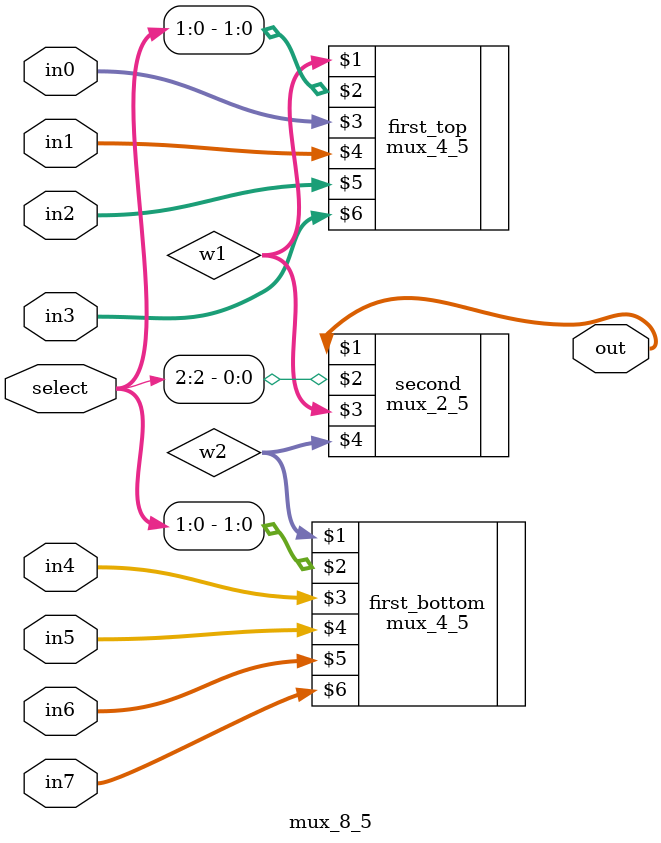
<source format=v>
module mux_8_5(out,select,in0,in1,in2,in3,in4,in5,in6,in7);
    input [2:0] select;
    input [4:0] in0, in1, in2, in3, in4, in5, in6, in7;
    output [4:0] out;
    wire [4:0] w1,w2;

    mux_4_5 first_top(w1,select[1:0],in0,in1,in2,in3);
    mux_4_5 first_bottom(w2,select[1:0],in4,in5,in6,in7);
    mux_2_5 second(out,select[2],w1,w2);

endmodule
</source>
